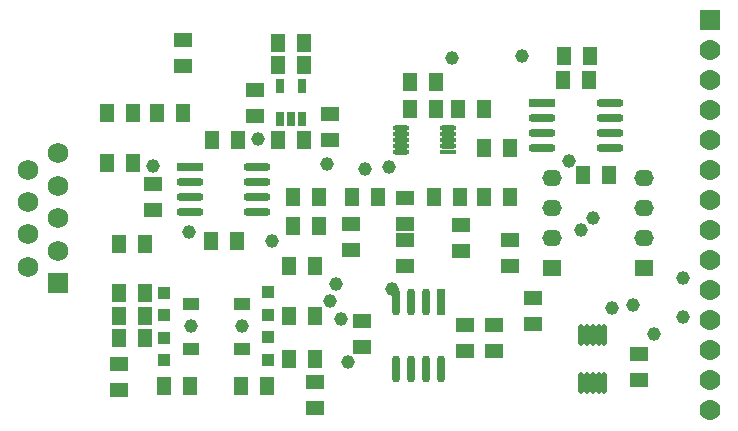
<source format=gbr>
G04 Layer_Color=8388736*
%FSLAX43Y43*%
%MOMM*%
%TF.FileFunction,Soldermask,Top*%
%TF.Part,Single*%
G01*
G75*
%TA.AperFunction,ComponentPad*%
%ADD32R,1.650X1.400*%
%ADD33O,1.650X1.400*%
%ADD34R,1.750X1.750*%
%ADD35C,1.750*%
%ADD36C,0.150*%
%ADD37C,1.776*%
%ADD38R,1.776X1.776*%
%TA.AperFunction,ViaPad*%
%ADD39C,1.150*%
%TA.AperFunction,SMDPad,CuDef*%
%ADD44R,1.650X1.250*%
%ADD45O,0.450X1.850*%
%ADD46R,1.250X1.650*%
%ADD47O,1.450X0.450*%
%ADD48R,1.450X0.450*%
%ADD49R,1.400X1.050*%
%ADD50R,1.050X1.050*%
%ADD51R,0.750X1.250*%
%ADD52O,2.300X0.750*%
%ADD53R,2.300X0.750*%
%ADD54O,0.750X2.300*%
%ADD55R,0.750X2.300*%
D32*
X57023Y13716D02*
D03*
X49276D02*
D03*
D33*
X57023Y16256D02*
D03*
Y18796D02*
D03*
Y21336D02*
D03*
X49276Y16256D02*
D03*
Y18796D02*
D03*
Y21336D02*
D03*
D34*
X7440Y12420D02*
D03*
D35*
Y15163D02*
D03*
Y17906D02*
D03*
Y20650D02*
D03*
Y23393D02*
D03*
X4900Y13792D02*
D03*
Y16535D02*
D03*
X4890Y19278D02*
D03*
X4900Y22021D02*
D03*
D36*
X6212Y30403D02*
D03*
Y5410D02*
D03*
D37*
X62611Y29591D02*
D03*
Y27051D02*
D03*
Y24511D02*
D03*
Y21971D02*
D03*
Y19431D02*
D03*
Y16891D02*
D03*
Y14351D02*
D03*
Y11811D02*
D03*
Y32131D02*
D03*
Y9271D02*
D03*
Y6731D02*
D03*
Y4191D02*
D03*
Y1651D02*
D03*
D38*
Y34671D02*
D03*
D39*
X18669Y8763D02*
D03*
X22987D02*
D03*
X15494Y22352D02*
D03*
X31369Y9398D02*
D03*
X32004Y5715D02*
D03*
X30988Y12319D02*
D03*
X25527Y16002D02*
D03*
X30226Y22479D02*
D03*
X33401Y22098D02*
D03*
X60325Y9525D02*
D03*
Y12827D02*
D03*
X54356Y10287D02*
D03*
X56134Y10541D02*
D03*
X24384Y24638D02*
D03*
X18542Y16764D02*
D03*
X30480Y10922D02*
D03*
X35433Y22225D02*
D03*
X40767Y31496D02*
D03*
X46736Y31623D02*
D03*
X50673Y22733D02*
D03*
X35687Y11938D02*
D03*
X57912Y8128D02*
D03*
X51705Y16891D02*
D03*
X52705Y17907D02*
D03*
D44*
X41910Y6647D02*
D03*
Y8847D02*
D03*
X44323D02*
D03*
Y6647D02*
D03*
X56642Y4234D02*
D03*
Y6434D02*
D03*
X29210Y1821D02*
D03*
Y4021D02*
D03*
X12573Y3345D02*
D03*
Y5545D02*
D03*
X18034Y30777D02*
D03*
Y32977D02*
D03*
X24130Y28786D02*
D03*
Y26586D02*
D03*
X30480Y26754D02*
D03*
Y24554D02*
D03*
X33147Y7028D02*
D03*
Y9228D02*
D03*
X45720Y13886D02*
D03*
Y16086D02*
D03*
X36830Y17442D02*
D03*
Y19642D02*
D03*
Y13886D02*
D03*
Y16086D02*
D03*
X41529Y17356D02*
D03*
Y15156D02*
D03*
X32258Y15199D02*
D03*
Y17399D02*
D03*
X15494Y18619D02*
D03*
Y20819D02*
D03*
X47625Y11133D02*
D03*
Y8933D02*
D03*
D45*
X51705Y3919D02*
D03*
X52205D02*
D03*
X52705D02*
D03*
X53205D02*
D03*
X53705D02*
D03*
X51705Y8019D02*
D03*
X52205D02*
D03*
X52705D02*
D03*
X53205D02*
D03*
X53705D02*
D03*
D46*
X43477Y23876D02*
D03*
X45677D02*
D03*
Y19685D02*
D03*
X43477D02*
D03*
X22690Y24511D02*
D03*
X20490D02*
D03*
X27348Y19685D02*
D03*
X29548D02*
D03*
X26967Y9652D02*
D03*
X29167D02*
D03*
X11600Y22606D02*
D03*
X13800D02*
D03*
X15791Y26797D02*
D03*
X17991D02*
D03*
X13800D02*
D03*
X11600D02*
D03*
X29167Y13843D02*
D03*
X26967D02*
D03*
X20363Y16002D02*
D03*
X22563D02*
D03*
X12616Y9652D02*
D03*
X14816D02*
D03*
X22903Y3683D02*
D03*
X25103D02*
D03*
X18626D02*
D03*
X16426D02*
D03*
X26967Y5969D02*
D03*
X29167D02*
D03*
X12616Y11557D02*
D03*
X14816D02*
D03*
X12616Y7747D02*
D03*
X14816D02*
D03*
X28278Y32766D02*
D03*
X26078D02*
D03*
Y30861D02*
D03*
X28278D02*
D03*
Y24511D02*
D03*
X26078D02*
D03*
X52451Y31623D02*
D03*
X50251D02*
D03*
X50208Y29591D02*
D03*
X52408D02*
D03*
X54101Y21579D02*
D03*
X51901D02*
D03*
X39454Y29464D02*
D03*
X37254D02*
D03*
X39454Y27178D02*
D03*
X37254D02*
D03*
X32301Y19685D02*
D03*
X34501D02*
D03*
X39286D02*
D03*
X41486D02*
D03*
X27348Y17272D02*
D03*
X29548D02*
D03*
X14816Y15748D02*
D03*
X12616D02*
D03*
X41318Y27178D02*
D03*
X43518D02*
D03*
D47*
X40456Y25511D02*
D03*
Y25011D02*
D03*
X36506Y25511D02*
D03*
Y24511D02*
D03*
Y25011D02*
D03*
X40456Y24011D02*
D03*
Y24511D02*
D03*
X36506Y24011D02*
D03*
Y23511D02*
D03*
D48*
X40456D02*
D03*
D49*
X18675Y10666D02*
D03*
X22981Y10670D02*
D03*
Y6860D02*
D03*
X18675Y6856D02*
D03*
D50*
X16453Y11618D02*
D03*
Y9713D02*
D03*
X25203Y9718D02*
D03*
Y11623D02*
D03*
Y5908D02*
D03*
Y7813D02*
D03*
X16453Y7808D02*
D03*
Y5903D02*
D03*
D51*
X26228Y29089D02*
D03*
X28128D02*
D03*
X27178Y26289D02*
D03*
X26228D02*
D03*
X28128D02*
D03*
D52*
X54173Y25141D02*
D03*
X48458Y26411D02*
D03*
X54173Y27681D02*
D03*
Y23871D02*
D03*
X48458D02*
D03*
Y25141D02*
D03*
X54173Y26411D02*
D03*
X24328Y19680D02*
D03*
X18613Y20950D02*
D03*
X24328Y22220D02*
D03*
Y18410D02*
D03*
X18613D02*
D03*
Y19680D02*
D03*
X24328Y20950D02*
D03*
D53*
X48458Y27681D02*
D03*
X18613Y22220D02*
D03*
D54*
X37333Y5136D02*
D03*
X38603Y10851D02*
D03*
X39873Y5136D02*
D03*
X36063D02*
D03*
Y10851D02*
D03*
X37333D02*
D03*
X38603Y5136D02*
D03*
D55*
X39873Y10851D02*
D03*
%TF.MD5,17030367268245e1e499d794c6d94afd*%
M02*

</source>
